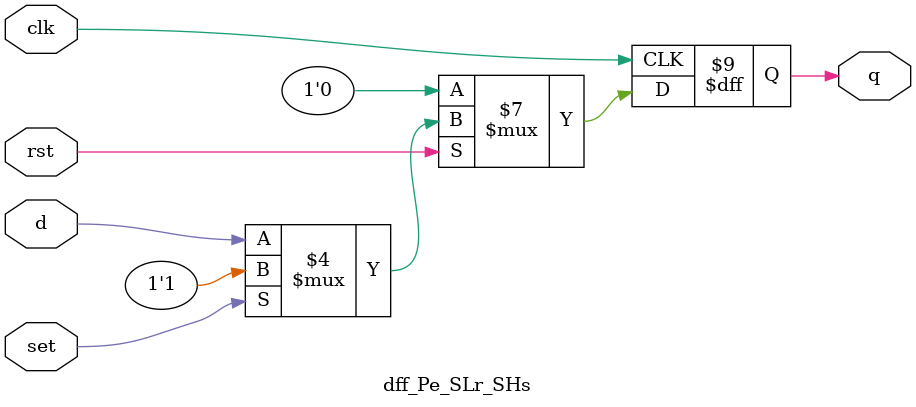
<source format=v>
/*****************************************
    D Flip-Flop Positive edge triggred
    Synchronous Reset - Active Low
    Synchronous Set - Active High
*****************************************/

module dff_Pe_SLr_SHs (q,d,clk,rst,set);
input d,clk,rst,set;
output reg q;

always @(posedge clk) begin
    if(!rst)
        q<=1'b0;
    else if(set)
        q<=1'b1;
    else    
        q<=d;
end


endmodule
</source>
